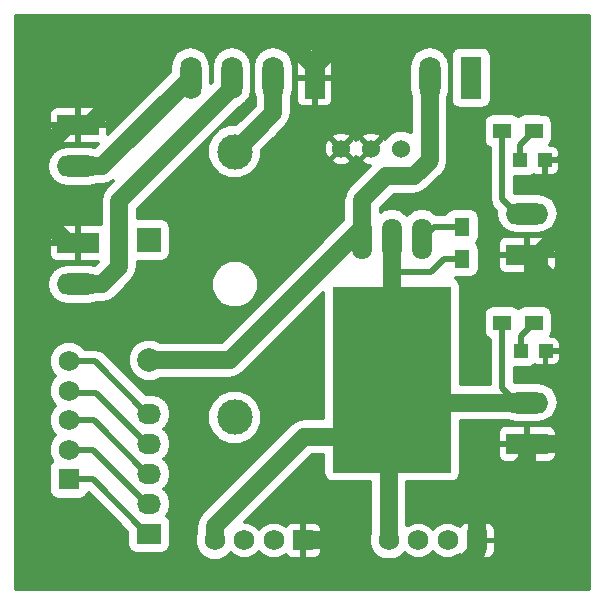
<source format=gbr>
G04 #@! TF.FileFunction,Copper,L1,Top,Signal*
%FSLAX46Y46*%
G04 Gerber Fmt 4.6, Leading zero omitted, Abs format (unit mm)*
G04 Created by KiCad (PCBNEW 4.0.5) date Thu Feb 16 15:21:35 2017*
%MOMM*%
%LPD*%
G01*
G04 APERTURE LIST*
%ADD10C,0.100000*%
%ADD11R,1.750000X1.750000*%
%ADD12C,1.750000*%
%ADD13C,0.600000*%
%ADD14O,1.699260X3.500120*%
%ADD15R,10.000000X15.750000*%
%ADD16C,1.524000*%
%ADD17C,3.000000*%
%ADD18R,3.600000X1.800000*%
%ADD19O,3.600000X1.800000*%
%ADD20C,1.998980*%
%ADD21R,1.998980X1.998980*%
%ADD22R,1.198880X1.198880*%
%ADD23R,2.032000X1.727200*%
%ADD24O,2.032000X1.727200*%
%ADD25R,1.500000X1.300000*%
%ADD26R,1.300000X1.500000*%
%ADD27R,1.800000X3.600000*%
%ADD28O,1.800000X3.600000*%
%ADD29C,4.064000*%
%ADD30C,1.500000*%
%ADD31C,0.500000*%
%ADD32C,0.350000*%
G04 APERTURE END LIST*
D10*
D11*
X125050000Y-95175000D03*
D12*
X122550000Y-95175000D03*
X120050000Y-95175000D03*
X117550000Y-95175000D03*
D13*
X115000000Y-95000000D03*
X110000000Y-95000000D03*
X145000000Y-90000000D03*
X140000000Y-90000000D03*
X125000000Y-90000000D03*
X115000000Y-90000000D03*
X115000000Y-85000000D03*
X140000000Y-80000000D03*
X125000000Y-80000000D03*
X110000000Y-80000000D03*
X140000000Y-75000000D03*
X110000000Y-75000000D03*
X125000000Y-70000000D03*
X120000000Y-70000000D03*
X115000000Y-70000000D03*
X145000000Y-65000000D03*
X125000000Y-65000000D03*
X120000000Y-65000000D03*
X115000000Y-65000000D03*
X130000000Y-60000000D03*
X125000000Y-60000000D03*
X130000000Y-55000000D03*
X110000000Y-55000000D03*
D14*
X132550000Y-69636000D03*
X135090000Y-69636000D03*
X130010000Y-69636000D03*
D15*
X132550000Y-81550000D03*
D16*
X135550000Y-83136000D03*
X135550000Y-81136000D03*
X135550000Y-79136000D03*
X135550000Y-77136000D03*
X135550000Y-75136000D03*
X133550000Y-77136000D03*
X133550000Y-75136000D03*
X133550000Y-79136000D03*
X133550000Y-81136000D03*
X133550000Y-83136000D03*
X131550000Y-75136000D03*
X129550000Y-79136000D03*
X131550000Y-79136000D03*
X131550000Y-77136000D03*
X129550000Y-75136000D03*
X129550000Y-77136000D03*
X129550000Y-81136000D03*
X131550000Y-83136000D03*
X131550000Y-81136000D03*
X129550000Y-83136000D03*
X135550000Y-85136000D03*
X135550000Y-87636000D03*
X129550000Y-85136000D03*
X129550000Y-87636000D03*
D17*
X119250000Y-84750000D03*
X119250000Y-62250000D03*
D18*
X144000000Y-87000000D03*
D19*
X144000000Y-83500000D03*
D11*
X139775000Y-95175000D03*
D12*
X137275000Y-95175000D03*
X134775000Y-95175000D03*
X132275000Y-95175000D03*
D11*
X105200000Y-90000000D03*
D12*
X105200000Y-87500000D03*
X105200000Y-85000000D03*
X105200000Y-82500000D03*
X105200000Y-80000000D03*
D20*
X112007620Y-79910000D03*
D21*
X112007620Y-69750000D03*
D22*
X143450980Y-79150000D03*
X145549020Y-79150000D03*
X143401960Y-63000000D03*
X145500000Y-63000000D03*
D23*
X112000000Y-94620000D03*
D24*
X112000000Y-92080000D03*
X112000000Y-89540000D03*
X112000000Y-87000000D03*
X112000000Y-84460000D03*
D25*
X141900000Y-76750000D03*
X144600000Y-76750000D03*
X141900000Y-60500000D03*
X144600000Y-60500000D03*
D16*
X130790000Y-62000000D03*
X128250000Y-62000000D03*
X133330000Y-62000000D03*
D26*
X138500000Y-71350000D03*
X138500000Y-68650000D03*
D18*
X106000000Y-60000000D03*
D19*
X106000000Y-63500000D03*
D18*
X106000000Y-70000000D03*
D19*
X106000000Y-73500000D03*
D27*
X126000000Y-56000000D03*
D28*
X122500000Y-56000000D03*
X119000000Y-56000000D03*
X115500000Y-56000000D03*
D27*
X139250000Y-56000000D03*
D28*
X135750000Y-56000000D03*
D18*
X144000000Y-71000000D03*
D19*
X144000000Y-67500000D03*
D29*
X104000000Y-96000000D03*
X104000000Y-54000000D03*
X146000000Y-96000000D03*
X146000000Y-54000000D03*
D30*
X117550000Y-93937564D02*
X117550000Y-95175000D01*
X132275000Y-86675000D02*
X132275000Y-95175000D01*
X132550000Y-86400000D02*
X132275000Y-86675000D01*
X132550000Y-86400000D02*
X125087564Y-86400000D01*
X125087564Y-86400000D02*
X117550000Y-93937564D01*
D31*
X144000000Y-83500000D02*
X143100000Y-83500000D01*
X143100000Y-83500000D02*
X141900000Y-82300000D01*
X141900000Y-82300000D02*
X141900000Y-77900000D01*
X141900000Y-77900000D02*
X141900000Y-76750000D01*
D30*
X132550000Y-86400000D02*
X132550000Y-69636000D01*
X144000000Y-83500000D02*
X135450000Y-83500000D01*
X135450000Y-83500000D02*
X132550000Y-86400000D01*
D31*
X135876856Y-72436070D02*
X133100010Y-72436070D01*
X138500000Y-71350000D02*
X136962926Y-71350000D01*
X136962926Y-71350000D02*
X135876856Y-72436070D01*
X133100010Y-72436070D02*
X132550000Y-71886060D01*
X132550000Y-71886060D02*
X132550000Y-69636000D01*
X143000000Y-83500000D02*
X144000000Y-83500000D01*
X138500000Y-71350000D02*
X137350000Y-71350000D01*
D30*
X139775000Y-95175000D02*
X139775000Y-96042002D01*
X139775000Y-96042002D02*
X138367001Y-97450001D01*
X138367001Y-97450001D02*
X129700001Y-97450001D01*
X129700001Y-97450001D02*
X127425000Y-95175000D01*
X127425000Y-95175000D02*
X125050000Y-95175000D01*
X144000000Y-87000000D02*
X144000000Y-88392000D01*
X139775000Y-95175000D02*
X139775000Y-92617000D01*
X139775000Y-92617000D02*
X144000000Y-88392000D01*
X126000000Y-56000000D02*
X126000000Y-55000000D01*
X141119992Y-52649990D02*
X142567999Y-54097997D01*
X148450001Y-60159999D02*
X148450001Y-66500000D01*
X126000000Y-55000000D02*
X128350010Y-52649990D01*
X128350010Y-52649990D02*
X141119992Y-52649990D01*
X142567999Y-54097997D02*
X142567999Y-55647361D01*
X142567999Y-55647361D02*
X145370637Y-58449999D01*
X145370637Y-58449999D02*
X146740001Y-58449999D01*
X146740001Y-58449999D02*
X148450001Y-60159999D01*
D31*
X126000000Y-56000000D02*
X126000000Y-59750000D01*
X126000000Y-59750000D02*
X128250000Y-62000000D01*
X126000000Y-56000000D02*
X126000000Y-56900000D01*
D30*
X148500000Y-85800000D02*
X148500000Y-75600000D01*
X148450001Y-64000000D02*
X148450001Y-66500000D01*
X148450001Y-66500000D02*
X148450001Y-67449999D01*
X114250010Y-52649990D02*
X123549990Y-52649990D01*
X123549990Y-52649990D02*
X126000000Y-55100000D01*
X126000000Y-55100000D02*
X126000000Y-56000000D01*
X114250010Y-52649990D02*
X111000000Y-55900000D01*
X106000000Y-70000000D02*
X105100000Y-70000000D01*
X105100000Y-60000000D02*
X106000000Y-60000000D01*
X105100000Y-70000000D02*
X102649990Y-67549990D01*
X102649990Y-62450010D02*
X105100000Y-60000000D01*
X102649990Y-67549990D02*
X102649990Y-62450010D01*
X106900000Y-60000000D02*
X111000000Y-55900000D01*
X111000000Y-55900000D02*
X113000000Y-53900000D01*
X106000000Y-60000000D02*
X106900000Y-60000000D01*
D31*
X145500000Y-63000000D02*
X146599440Y-63000000D01*
X146599440Y-63000000D02*
X148450001Y-61149439D01*
X148450001Y-61149439D02*
X148450001Y-60600000D01*
D30*
X144900000Y-71000000D02*
X144000000Y-71000000D01*
X148450001Y-67449999D02*
X144900000Y-71000000D01*
D31*
X145549020Y-79150000D02*
X147150000Y-79150000D01*
X147150000Y-79150000D02*
X148500000Y-80500000D01*
D30*
X144900000Y-72000000D02*
X148500000Y-75600000D01*
X144000000Y-87000000D02*
X147300000Y-87000000D01*
X147300000Y-87000000D02*
X148500000Y-85800000D01*
D31*
X143450980Y-79150000D02*
X143450980Y-77899020D01*
X143450980Y-77899020D02*
X144600000Y-76750000D01*
X143401960Y-63000000D02*
X143401960Y-61698040D01*
X143401960Y-61698040D02*
X144600000Y-60500000D01*
D30*
X119250000Y-62250000D02*
X122500000Y-59000000D01*
X122500000Y-59000000D02*
X122500000Y-56000000D01*
D31*
X105200000Y-90000000D02*
X107227600Y-90000000D01*
X107227600Y-90000000D02*
X111847600Y-94620000D01*
X111847600Y-94620000D02*
X112000000Y-94620000D01*
X112000000Y-92080000D02*
X111847600Y-92080000D01*
X106437436Y-87500000D02*
X105200000Y-87500000D01*
X111847600Y-92080000D02*
X107267600Y-87500000D01*
X107267600Y-87500000D02*
X106437436Y-87500000D01*
X106437436Y-85000000D02*
X105200000Y-85000000D01*
X112000000Y-89540000D02*
X111847600Y-89540000D01*
X111847600Y-89540000D02*
X107307600Y-85000000D01*
X107307600Y-85000000D02*
X106437436Y-85000000D01*
X111847600Y-87000000D02*
X107497610Y-82650010D01*
X107497610Y-82650010D02*
X105200000Y-82650010D01*
X112000000Y-87000000D02*
X111847600Y-87000000D01*
X106437436Y-80000000D02*
X105200000Y-80000000D01*
X112000000Y-84460000D02*
X111847600Y-84460000D01*
X111847600Y-84460000D02*
X107387600Y-80000000D01*
X107387600Y-80000000D02*
X106437436Y-80000000D01*
D30*
X106000000Y-63500000D02*
X108000000Y-63500000D01*
X108000000Y-63500000D02*
X115500000Y-56000000D01*
X119000000Y-56000000D02*
X119000000Y-56900000D01*
X119000000Y-56900000D02*
X109458129Y-66441871D01*
X109458129Y-66441871D02*
X109458129Y-72041871D01*
X108000000Y-73500000D02*
X106000000Y-73500000D01*
X109458129Y-72041871D02*
X108000000Y-73500000D01*
D31*
X144000000Y-67500000D02*
X143100000Y-67500000D01*
X143100000Y-67500000D02*
X141900000Y-66300000D01*
X141900000Y-66300000D02*
X141900000Y-61650000D01*
X141900000Y-61650000D02*
X141900000Y-60500000D01*
X135090000Y-69636000D02*
X136076000Y-68650000D01*
X136076000Y-68650000D02*
X138500000Y-68650000D01*
D30*
X130010000Y-69636000D02*
X130010000Y-67500000D01*
X130010000Y-67500000D02*
X130010000Y-66385940D01*
X112007620Y-79910000D02*
X118794998Y-79910000D01*
X118794998Y-79910000D02*
X130010000Y-68694998D01*
X130010000Y-68694998D02*
X130010000Y-67500000D01*
X118794998Y-79910000D02*
X126954998Y-71750000D01*
X118794998Y-79910000D02*
X129068998Y-69636000D01*
X129068998Y-69636000D02*
X130010000Y-69636000D01*
X135750000Y-56000000D02*
X135750000Y-63001762D01*
X135750000Y-63001762D02*
X134439761Y-64312001D01*
X130010000Y-66385940D02*
X132083939Y-64312001D01*
X134439761Y-64312001D02*
X135642001Y-63109761D01*
X132083939Y-64312001D02*
X134439761Y-64312001D01*
D32*
G36*
X149242000Y-99242000D02*
X100758000Y-99242000D01*
X100758000Y-89125000D01*
X103483838Y-89125000D01*
X103483838Y-90875000D01*
X103541364Y-91180727D01*
X103722049Y-91461518D01*
X103997741Y-91649890D01*
X104325000Y-91716162D01*
X106075000Y-91716162D01*
X106380727Y-91658636D01*
X106661518Y-91477951D01*
X106849890Y-91202259D01*
X106859942Y-91152622D01*
X110142838Y-94435518D01*
X110142838Y-95483600D01*
X110200364Y-95789327D01*
X110381049Y-96070118D01*
X110656741Y-96258490D01*
X110984000Y-96324762D01*
X113016000Y-96324762D01*
X113321727Y-96267236D01*
X113602518Y-96086551D01*
X113790890Y-95810859D01*
X113857162Y-95483600D01*
X113857162Y-93756400D01*
X113799636Y-93450673D01*
X113618951Y-93169882D01*
X113504379Y-93091598D01*
X113748530Y-92726199D01*
X113877067Y-92080000D01*
X113748530Y-91433801D01*
X113382488Y-90885979D01*
X113268777Y-90810000D01*
X113382488Y-90734021D01*
X113748530Y-90186199D01*
X113877067Y-89540000D01*
X113748530Y-88893801D01*
X113382488Y-88345979D01*
X113268777Y-88270000D01*
X113382488Y-88194021D01*
X113748530Y-87646199D01*
X113877067Y-87000000D01*
X113748530Y-86353801D01*
X113382488Y-85805979D01*
X113268777Y-85730000D01*
X113382488Y-85654021D01*
X113678877Y-85210442D01*
X116924598Y-85210442D01*
X117277812Y-86065286D01*
X117931274Y-86719889D01*
X118785500Y-87074595D01*
X119710442Y-87075402D01*
X120565286Y-86722188D01*
X121219889Y-86068726D01*
X121574595Y-85214500D01*
X121575402Y-84289558D01*
X121222188Y-83434714D01*
X120568726Y-82780111D01*
X119714500Y-82425405D01*
X118789558Y-82424598D01*
X117934714Y-82777812D01*
X117280111Y-83431274D01*
X116925405Y-84285500D01*
X116924598Y-85210442D01*
X113678877Y-85210442D01*
X113748530Y-85106199D01*
X113877067Y-84460000D01*
X113748530Y-83813801D01*
X113382488Y-83265979D01*
X112834666Y-82899937D01*
X112188467Y-82771400D01*
X111811533Y-82771400D01*
X111701222Y-82793342D01*
X109179201Y-80271321D01*
X110182814Y-80271321D01*
X110459991Y-80942140D01*
X110972780Y-81455826D01*
X111643114Y-81734173D01*
X112368941Y-81734806D01*
X112973517Y-81485000D01*
X118794998Y-81485000D01*
X119397725Y-81365110D01*
X119908691Y-81023693D01*
X126708838Y-74223546D01*
X126708838Y-84825000D01*
X125087564Y-84825000D01*
X124484837Y-84944890D01*
X123973871Y-85286307D01*
X116436307Y-92823871D01*
X116094890Y-93334837D01*
X116094890Y-93334838D01*
X115975000Y-93937564D01*
X115975000Y-94535044D01*
X115850296Y-94835366D01*
X115849706Y-95511667D01*
X116107970Y-96136715D01*
X116585770Y-96615350D01*
X117210366Y-96874704D01*
X117886667Y-96875294D01*
X118511715Y-96617030D01*
X118900581Y-96228843D01*
X119166312Y-96495038D01*
X119738735Y-96732729D01*
X120358546Y-96733270D01*
X120931383Y-96496578D01*
X121300259Y-96128345D01*
X121666312Y-96495038D01*
X122238735Y-96732729D01*
X122858546Y-96733270D01*
X123431383Y-96496578D01*
X123565322Y-96362872D01*
X123595981Y-96436889D01*
X123788112Y-96629019D01*
X124039143Y-96733000D01*
X124800250Y-96733000D01*
X124971000Y-96562250D01*
X124971000Y-95254000D01*
X125129000Y-95254000D01*
X125129000Y-96562250D01*
X125299750Y-96733000D01*
X126060857Y-96733000D01*
X126311888Y-96629019D01*
X126504019Y-96436889D01*
X126608000Y-96185857D01*
X126608000Y-95424750D01*
X126437250Y-95254000D01*
X125129000Y-95254000D01*
X124971000Y-95254000D01*
X124951000Y-95254000D01*
X124951000Y-95096000D01*
X124971000Y-95096000D01*
X124971000Y-93787750D01*
X125129000Y-93787750D01*
X125129000Y-95096000D01*
X126437250Y-95096000D01*
X126608000Y-94925250D01*
X126608000Y-94164143D01*
X126504019Y-93913111D01*
X126311888Y-93720981D01*
X126060857Y-93617000D01*
X125299750Y-93617000D01*
X125129000Y-93787750D01*
X124971000Y-93787750D01*
X124800250Y-93617000D01*
X124039143Y-93617000D01*
X123788112Y-93720981D01*
X123595981Y-93913111D01*
X123565410Y-93986915D01*
X123433688Y-93854962D01*
X122861265Y-93617271D01*
X122241454Y-93616730D01*
X121668617Y-93853422D01*
X121299741Y-94221655D01*
X120933688Y-93854962D01*
X120361265Y-93617271D01*
X120097909Y-93617041D01*
X125739950Y-87975000D01*
X126708838Y-87975000D01*
X126708838Y-89425000D01*
X126766364Y-89730727D01*
X126947049Y-90011518D01*
X127222741Y-90199890D01*
X127550000Y-90266162D01*
X130700000Y-90266162D01*
X130700000Y-94535044D01*
X130575296Y-94835366D01*
X130574706Y-95511667D01*
X130832970Y-96136715D01*
X131310770Y-96615350D01*
X131935366Y-96874704D01*
X132611667Y-96875294D01*
X133236715Y-96617030D01*
X133625581Y-96228843D01*
X133891312Y-96495038D01*
X134463735Y-96732729D01*
X135083546Y-96733270D01*
X135656383Y-96496578D01*
X136025259Y-96128345D01*
X136391312Y-96495038D01*
X136963735Y-96732729D01*
X137583546Y-96733270D01*
X138156383Y-96496578D01*
X138290322Y-96362872D01*
X138320981Y-96436889D01*
X138513112Y-96629019D01*
X138764143Y-96733000D01*
X139525250Y-96733000D01*
X139696000Y-96562250D01*
X139696000Y-95254000D01*
X139854000Y-95254000D01*
X139854000Y-96562250D01*
X140024750Y-96733000D01*
X140785857Y-96733000D01*
X141036888Y-96629019D01*
X141229019Y-96436889D01*
X141333000Y-96185857D01*
X141333000Y-95424750D01*
X141162250Y-95254000D01*
X139854000Y-95254000D01*
X139696000Y-95254000D01*
X139676000Y-95254000D01*
X139676000Y-95096000D01*
X139696000Y-95096000D01*
X139696000Y-93787750D01*
X139854000Y-93787750D01*
X139854000Y-95096000D01*
X141162250Y-95096000D01*
X141333000Y-94925250D01*
X141333000Y-94164143D01*
X141229019Y-93913111D01*
X141036888Y-93720981D01*
X140785857Y-93617000D01*
X140024750Y-93617000D01*
X139854000Y-93787750D01*
X139696000Y-93787750D01*
X139525250Y-93617000D01*
X138764143Y-93617000D01*
X138513112Y-93720981D01*
X138320981Y-93913111D01*
X138290410Y-93986915D01*
X138158688Y-93854962D01*
X137586265Y-93617271D01*
X136966454Y-93616730D01*
X136393617Y-93853422D01*
X136024741Y-94221655D01*
X135658688Y-93854962D01*
X135086265Y-93617271D01*
X134466454Y-93616730D01*
X133893617Y-93853422D01*
X133850000Y-93896963D01*
X133850000Y-90266162D01*
X137550000Y-90266162D01*
X137855727Y-90208636D01*
X138136518Y-90027951D01*
X138324890Y-89752259D01*
X138391162Y-89425000D01*
X138391162Y-87249750D01*
X141517000Y-87249750D01*
X141517000Y-88035857D01*
X141620981Y-88286888D01*
X141813111Y-88479019D01*
X142064143Y-88583000D01*
X143750250Y-88583000D01*
X143921000Y-88412250D01*
X143921000Y-87079000D01*
X144079000Y-87079000D01*
X144079000Y-88412250D01*
X144249750Y-88583000D01*
X145935857Y-88583000D01*
X146186889Y-88479019D01*
X146379019Y-88286888D01*
X146483000Y-88035857D01*
X146483000Y-87249750D01*
X146312250Y-87079000D01*
X144079000Y-87079000D01*
X143921000Y-87079000D01*
X141687750Y-87079000D01*
X141517000Y-87249750D01*
X138391162Y-87249750D01*
X138391162Y-85964143D01*
X141517000Y-85964143D01*
X141517000Y-86750250D01*
X141687750Y-86921000D01*
X143921000Y-86921000D01*
X143921000Y-85587750D01*
X144079000Y-85587750D01*
X144079000Y-86921000D01*
X146312250Y-86921000D01*
X146483000Y-86750250D01*
X146483000Y-85964143D01*
X146379019Y-85713112D01*
X146186889Y-85520981D01*
X145935857Y-85417000D01*
X144249750Y-85417000D01*
X144079000Y-85587750D01*
X143921000Y-85587750D01*
X143750250Y-85417000D01*
X142064143Y-85417000D01*
X141813111Y-85520981D01*
X141620981Y-85713112D01*
X141517000Y-85964143D01*
X138391162Y-85964143D01*
X138391162Y-85075000D01*
X142360469Y-85075000D01*
X142388444Y-85093692D01*
X143048573Y-85225000D01*
X144951427Y-85225000D01*
X145611556Y-85093692D01*
X146171186Y-84719759D01*
X146545119Y-84160129D01*
X146676427Y-83500000D01*
X146545119Y-82839871D01*
X146171186Y-82280241D01*
X145611556Y-81906308D01*
X144951427Y-81775000D01*
X143048573Y-81775000D01*
X142975000Y-81789635D01*
X142975000Y-80590602D01*
X144050420Y-80590602D01*
X144356147Y-80533076D01*
X144630488Y-80356541D01*
X144813723Y-80432440D01*
X145299270Y-80432440D01*
X145470020Y-80261690D01*
X145470020Y-79229000D01*
X145628020Y-79229000D01*
X145628020Y-80261690D01*
X145798770Y-80432440D01*
X146284317Y-80432440D01*
X146535348Y-80328459D01*
X146727479Y-80136329D01*
X146831460Y-79885297D01*
X146831460Y-79399750D01*
X146660710Y-79229000D01*
X145628020Y-79229000D01*
X145470020Y-79229000D01*
X145450020Y-79229000D01*
X145450020Y-79071000D01*
X145470020Y-79071000D01*
X145470020Y-79051000D01*
X145628020Y-79051000D01*
X145628020Y-79071000D01*
X146660710Y-79071000D01*
X146831460Y-78900250D01*
X146831460Y-78414703D01*
X146727479Y-78163671D01*
X146535348Y-77971541D01*
X146284317Y-77867560D01*
X146029027Y-77867560D01*
X146124890Y-77727259D01*
X146191162Y-77400000D01*
X146191162Y-76100000D01*
X146133636Y-75794273D01*
X145952951Y-75513482D01*
X145677259Y-75325110D01*
X145350000Y-75258838D01*
X143850000Y-75258838D01*
X143544273Y-75316364D01*
X143263482Y-75497049D01*
X143252476Y-75513157D01*
X142977259Y-75325110D01*
X142650000Y-75258838D01*
X141150000Y-75258838D01*
X140844273Y-75316364D01*
X140563482Y-75497049D01*
X140375110Y-75772741D01*
X140308838Y-76100000D01*
X140308838Y-77400000D01*
X140366364Y-77705727D01*
X140547049Y-77986518D01*
X140822741Y-78174890D01*
X140825000Y-78175347D01*
X140825000Y-81925000D01*
X138391162Y-81925000D01*
X138391162Y-73675000D01*
X138333636Y-73369273D01*
X138152951Y-73088482D01*
X137937341Y-72941162D01*
X139150000Y-72941162D01*
X139455727Y-72883636D01*
X139736518Y-72702951D01*
X139924890Y-72427259D01*
X139991162Y-72100000D01*
X139991162Y-71249750D01*
X141517000Y-71249750D01*
X141517000Y-72035857D01*
X141620981Y-72286888D01*
X141813111Y-72479019D01*
X142064143Y-72583000D01*
X143750250Y-72583000D01*
X143921000Y-72412250D01*
X143921000Y-71079000D01*
X144079000Y-71079000D01*
X144079000Y-72412250D01*
X144249750Y-72583000D01*
X145935857Y-72583000D01*
X146186889Y-72479019D01*
X146379019Y-72286888D01*
X146483000Y-72035857D01*
X146483000Y-71249750D01*
X146312250Y-71079000D01*
X144079000Y-71079000D01*
X143921000Y-71079000D01*
X141687750Y-71079000D01*
X141517000Y-71249750D01*
X139991162Y-71249750D01*
X139991162Y-70600000D01*
X139933636Y-70294273D01*
X139752951Y-70013482D01*
X139736843Y-70002476D01*
X139763034Y-69964143D01*
X141517000Y-69964143D01*
X141517000Y-70750250D01*
X141687750Y-70921000D01*
X143921000Y-70921000D01*
X143921000Y-69587750D01*
X144079000Y-69587750D01*
X144079000Y-70921000D01*
X146312250Y-70921000D01*
X146483000Y-70750250D01*
X146483000Y-69964143D01*
X146379019Y-69713112D01*
X146186889Y-69520981D01*
X145935857Y-69417000D01*
X144249750Y-69417000D01*
X144079000Y-69587750D01*
X143921000Y-69587750D01*
X143750250Y-69417000D01*
X142064143Y-69417000D01*
X141813111Y-69520981D01*
X141620981Y-69713112D01*
X141517000Y-69964143D01*
X139763034Y-69964143D01*
X139924890Y-69727259D01*
X139991162Y-69400000D01*
X139991162Y-67900000D01*
X139933636Y-67594273D01*
X139752951Y-67313482D01*
X139477259Y-67125110D01*
X139150000Y-67058838D01*
X137850000Y-67058838D01*
X137544273Y-67116364D01*
X137263482Y-67297049D01*
X137075110Y-67572741D01*
X137074653Y-67575000D01*
X136323601Y-67575000D01*
X136274142Y-67500980D01*
X135730853Y-67137966D01*
X135090000Y-67010492D01*
X134449147Y-67137966D01*
X133905858Y-67500980D01*
X133820000Y-67629476D01*
X133734142Y-67500980D01*
X133190853Y-67137966D01*
X132550000Y-67010492D01*
X131909147Y-67137966D01*
X131585000Y-67354554D01*
X131585000Y-67038326D01*
X132736325Y-65887001D01*
X134439761Y-65887001D01*
X135042488Y-65767111D01*
X135553454Y-65425694D01*
X136863693Y-64115455D01*
X137205110Y-63604488D01*
X137325000Y-63001762D01*
X137325000Y-59850000D01*
X140308838Y-59850000D01*
X140308838Y-61150000D01*
X140366364Y-61455727D01*
X140547049Y-61736518D01*
X140822741Y-61924890D01*
X140825000Y-61925347D01*
X140825000Y-66300000D01*
X140906830Y-66711385D01*
X141106686Y-67010492D01*
X141139860Y-67060140D01*
X141366071Y-67286351D01*
X141323573Y-67500000D01*
X141454881Y-68160129D01*
X141828814Y-68719759D01*
X142388444Y-69093692D01*
X143048573Y-69225000D01*
X144951427Y-69225000D01*
X145611556Y-69093692D01*
X146171186Y-68719759D01*
X146545119Y-68160129D01*
X146676427Y-67500000D01*
X146545119Y-66839871D01*
X146171186Y-66280241D01*
X145611556Y-65906308D01*
X144951427Y-65775000D01*
X143048573Y-65775000D01*
X142975000Y-65789635D01*
X142975000Y-64440602D01*
X144001400Y-64440602D01*
X144307127Y-64383076D01*
X144581468Y-64206541D01*
X144764703Y-64282440D01*
X145250250Y-64282440D01*
X145421000Y-64111690D01*
X145421000Y-63079000D01*
X145579000Y-63079000D01*
X145579000Y-64111690D01*
X145749750Y-64282440D01*
X146235297Y-64282440D01*
X146486328Y-64178459D01*
X146678459Y-63986329D01*
X146782440Y-63735297D01*
X146782440Y-63249750D01*
X146611690Y-63079000D01*
X145579000Y-63079000D01*
X145421000Y-63079000D01*
X145401000Y-63079000D01*
X145401000Y-62921000D01*
X145421000Y-62921000D01*
X145421000Y-62901000D01*
X145579000Y-62901000D01*
X145579000Y-62921000D01*
X146611690Y-62921000D01*
X146782440Y-62750250D01*
X146782440Y-62264703D01*
X146678459Y-62013671D01*
X146486328Y-61821541D01*
X146235297Y-61717560D01*
X145960700Y-61717560D01*
X146124890Y-61477259D01*
X146191162Y-61150000D01*
X146191162Y-59850000D01*
X146133636Y-59544273D01*
X145952951Y-59263482D01*
X145677259Y-59075110D01*
X145350000Y-59008838D01*
X143850000Y-59008838D01*
X143544273Y-59066364D01*
X143263482Y-59247049D01*
X143252476Y-59263157D01*
X142977259Y-59075110D01*
X142650000Y-59008838D01*
X141150000Y-59008838D01*
X140844273Y-59066364D01*
X140563482Y-59247049D01*
X140375110Y-59522741D01*
X140308838Y-59850000D01*
X137325000Y-59850000D01*
X137325000Y-57639531D01*
X137343692Y-57611556D01*
X137475000Y-56951427D01*
X137475000Y-55048573D01*
X137343692Y-54388444D01*
X137217778Y-54200000D01*
X137508838Y-54200000D01*
X137508838Y-57800000D01*
X137566364Y-58105727D01*
X137747049Y-58386518D01*
X138022741Y-58574890D01*
X138350000Y-58641162D01*
X140150000Y-58641162D01*
X140455727Y-58583636D01*
X140736518Y-58402951D01*
X140924890Y-58127259D01*
X140991162Y-57800000D01*
X140991162Y-54200000D01*
X140933636Y-53894273D01*
X140752951Y-53613482D01*
X140477259Y-53425110D01*
X140150000Y-53358838D01*
X138350000Y-53358838D01*
X138044273Y-53416364D01*
X137763482Y-53597049D01*
X137575110Y-53872741D01*
X137508838Y-54200000D01*
X137217778Y-54200000D01*
X136969759Y-53828814D01*
X136410129Y-53454881D01*
X135750000Y-53323573D01*
X135089871Y-53454881D01*
X134530241Y-53828814D01*
X134156308Y-54388444D01*
X134025000Y-55048573D01*
X134025000Y-56951427D01*
X134156308Y-57611556D01*
X134175000Y-57639531D01*
X134175000Y-60632497D01*
X133647059Y-60413276D01*
X133015711Y-60412725D01*
X132432211Y-60653823D01*
X131985392Y-61099863D01*
X131951623Y-61181187D01*
X131765214Y-61136509D01*
X130901723Y-62000000D01*
X130915865Y-62014142D01*
X130804142Y-62125865D01*
X130790000Y-62111723D01*
X129926509Y-62975214D01*
X129989169Y-63236652D01*
X130523375Y-63448983D01*
X130722433Y-63446121D01*
X128896307Y-65272247D01*
X128554890Y-65783213D01*
X128534245Y-65887001D01*
X128435000Y-66385940D01*
X128435000Y-68042612D01*
X118142612Y-78335000D01*
X112972201Y-78335000D01*
X112372126Y-78085827D01*
X111646299Y-78085194D01*
X110975480Y-78362371D01*
X110461794Y-78875160D01*
X110183447Y-79545494D01*
X110182814Y-80271321D01*
X109179201Y-80271321D01*
X108147740Y-79239860D01*
X108131487Y-79229000D01*
X107798985Y-79006830D01*
X107387600Y-78925000D01*
X106528943Y-78925000D01*
X106164230Y-78559650D01*
X105539634Y-78300296D01*
X104863333Y-78299706D01*
X104238285Y-78557970D01*
X103759650Y-79035770D01*
X103500296Y-79660366D01*
X103499706Y-80336667D01*
X103757970Y-80961715D01*
X104045836Y-81250084D01*
X103759650Y-81535770D01*
X103500296Y-82160366D01*
X103499706Y-82836667D01*
X103757970Y-83461715D01*
X104045836Y-83750084D01*
X103759650Y-84035770D01*
X103500296Y-84660366D01*
X103499706Y-85336667D01*
X103757970Y-85961715D01*
X104045836Y-86250084D01*
X103759650Y-86535770D01*
X103500296Y-87160366D01*
X103499706Y-87836667D01*
X103757970Y-88461715D01*
X103787020Y-88490816D01*
X103738482Y-88522049D01*
X103550110Y-88797741D01*
X103483838Y-89125000D01*
X100758000Y-89125000D01*
X100758000Y-70249750D01*
X103517000Y-70249750D01*
X103517000Y-71035857D01*
X103620981Y-71286888D01*
X103813111Y-71479019D01*
X104064143Y-71583000D01*
X105750250Y-71583000D01*
X105921000Y-71412250D01*
X105921000Y-70079000D01*
X103687750Y-70079000D01*
X103517000Y-70249750D01*
X100758000Y-70249750D01*
X100758000Y-68964143D01*
X103517000Y-68964143D01*
X103517000Y-69750250D01*
X103687750Y-69921000D01*
X105921000Y-69921000D01*
X105921000Y-68587750D01*
X105750250Y-68417000D01*
X104064143Y-68417000D01*
X103813111Y-68520981D01*
X103620981Y-68713112D01*
X103517000Y-68964143D01*
X100758000Y-68964143D01*
X100758000Y-63500000D01*
X103323573Y-63500000D01*
X103454881Y-64160129D01*
X103828814Y-64719759D01*
X104388444Y-65093692D01*
X105048573Y-65225000D01*
X106951427Y-65225000D01*
X107611556Y-65093692D01*
X107639531Y-65075000D01*
X108000000Y-65075000D01*
X108602727Y-64955110D01*
X108948628Y-64723986D01*
X108344436Y-65328178D01*
X108003019Y-65839144D01*
X107989659Y-65906308D01*
X107883129Y-66441871D01*
X107883129Y-68417000D01*
X106249750Y-68417000D01*
X106079000Y-68587750D01*
X106079000Y-69921000D01*
X106099000Y-69921000D01*
X106099000Y-70079000D01*
X106079000Y-70079000D01*
X106079000Y-71412250D01*
X106249750Y-71583000D01*
X107689614Y-71583000D01*
X107406996Y-71865618D01*
X106951427Y-71775000D01*
X105048573Y-71775000D01*
X104388444Y-71906308D01*
X103828814Y-72280241D01*
X103454881Y-72839871D01*
X103323573Y-73500000D01*
X103454881Y-74160129D01*
X103828814Y-74719759D01*
X104388444Y-75093692D01*
X105048573Y-75225000D01*
X106951427Y-75225000D01*
X107611556Y-75093692D01*
X107639531Y-75075000D01*
X108000000Y-75075000D01*
X108602727Y-74955110D01*
X109113693Y-74613693D01*
X109824771Y-73902615D01*
X117216648Y-73902615D01*
X117525501Y-74650098D01*
X118096894Y-75222489D01*
X118843837Y-75532647D01*
X119652615Y-75533352D01*
X120400098Y-75224499D01*
X120972489Y-74653106D01*
X121282647Y-73906163D01*
X121283352Y-73097385D01*
X120974499Y-72349902D01*
X120403106Y-71777511D01*
X119656163Y-71467353D01*
X118847385Y-71466648D01*
X118099902Y-71775501D01*
X117527511Y-72346894D01*
X117217353Y-73093837D01*
X117216648Y-73902615D01*
X109824771Y-73902615D01*
X110571822Y-73155564D01*
X110913239Y-72644597D01*
X111033129Y-72041871D01*
X111033129Y-71590652D01*
X113007110Y-71590652D01*
X113312837Y-71533126D01*
X113593628Y-71352441D01*
X113782000Y-71076749D01*
X113848272Y-70749490D01*
X113848272Y-68750510D01*
X113790746Y-68444783D01*
X113610061Y-68163992D01*
X113334369Y-67975620D01*
X113007110Y-67909348D01*
X111033129Y-67909348D01*
X111033129Y-67094257D01*
X115416944Y-62710442D01*
X116924598Y-62710442D01*
X117277812Y-63565286D01*
X117931274Y-64219889D01*
X118785500Y-64574595D01*
X119710442Y-64575402D01*
X120565286Y-64222188D01*
X121219889Y-63568726D01*
X121466336Y-62975214D01*
X127386509Y-62975214D01*
X127449169Y-63236652D01*
X127983375Y-63448983D01*
X128558172Y-63440718D01*
X129050831Y-63236652D01*
X129113491Y-62975214D01*
X128250000Y-62111723D01*
X127386509Y-62975214D01*
X121466336Y-62975214D01*
X121574595Y-62714500D01*
X121575086Y-62152300D01*
X121994011Y-61733375D01*
X126801017Y-61733375D01*
X126809282Y-62308172D01*
X127013348Y-62800831D01*
X127274786Y-62863491D01*
X128138277Y-62000000D01*
X128361723Y-62000000D01*
X129225214Y-62863491D01*
X129486652Y-62800831D01*
X129519312Y-62718661D01*
X129553348Y-62800831D01*
X129814786Y-62863491D01*
X130678277Y-62000000D01*
X129814786Y-61136509D01*
X129553348Y-61199169D01*
X129520688Y-61281339D01*
X129486652Y-61199169D01*
X129225214Y-61136509D01*
X128361723Y-62000000D01*
X128138277Y-62000000D01*
X127274786Y-61136509D01*
X127013348Y-61199169D01*
X126801017Y-61733375D01*
X121994011Y-61733375D01*
X122702600Y-61024786D01*
X127386509Y-61024786D01*
X128250000Y-61888277D01*
X129113491Y-61024786D01*
X129926509Y-61024786D01*
X130790000Y-61888277D01*
X131653491Y-61024786D01*
X131590831Y-60763348D01*
X131056625Y-60551017D01*
X130481828Y-60559282D01*
X129989169Y-60763348D01*
X129926509Y-61024786D01*
X129113491Y-61024786D01*
X129050831Y-60763348D01*
X128516625Y-60551017D01*
X127941828Y-60559282D01*
X127449169Y-60763348D01*
X127386509Y-61024786D01*
X122702600Y-61024786D01*
X123613693Y-60113693D01*
X123955110Y-59602727D01*
X124075000Y-59000000D01*
X124075000Y-57639531D01*
X124093692Y-57611556D01*
X124225000Y-56951427D01*
X124225000Y-56249750D01*
X124417000Y-56249750D01*
X124417000Y-57935857D01*
X124520981Y-58186889D01*
X124713112Y-58379019D01*
X124964143Y-58483000D01*
X125750250Y-58483000D01*
X125921000Y-58312250D01*
X125921000Y-56079000D01*
X126079000Y-56079000D01*
X126079000Y-58312250D01*
X126249750Y-58483000D01*
X127035857Y-58483000D01*
X127286888Y-58379019D01*
X127479019Y-58186889D01*
X127583000Y-57935857D01*
X127583000Y-56249750D01*
X127412250Y-56079000D01*
X126079000Y-56079000D01*
X125921000Y-56079000D01*
X124587750Y-56079000D01*
X124417000Y-56249750D01*
X124225000Y-56249750D01*
X124225000Y-55048573D01*
X124093692Y-54388444D01*
X123877001Y-54064143D01*
X124417000Y-54064143D01*
X124417000Y-55750250D01*
X124587750Y-55921000D01*
X125921000Y-55921000D01*
X125921000Y-53687750D01*
X126079000Y-53687750D01*
X126079000Y-55921000D01*
X127412250Y-55921000D01*
X127583000Y-55750250D01*
X127583000Y-54064143D01*
X127479019Y-53813111D01*
X127286888Y-53620981D01*
X127035857Y-53517000D01*
X126249750Y-53517000D01*
X126079000Y-53687750D01*
X125921000Y-53687750D01*
X125750250Y-53517000D01*
X124964143Y-53517000D01*
X124713112Y-53620981D01*
X124520981Y-53813111D01*
X124417000Y-54064143D01*
X123877001Y-54064143D01*
X123719759Y-53828814D01*
X123160129Y-53454881D01*
X122500000Y-53323573D01*
X121839871Y-53454881D01*
X121280241Y-53828814D01*
X120906308Y-54388444D01*
X120775000Y-55048573D01*
X120775000Y-56951427D01*
X120906308Y-57611556D01*
X120925000Y-57639531D01*
X120925000Y-58347614D01*
X119347529Y-59925085D01*
X118789558Y-59924598D01*
X117934714Y-60277812D01*
X117280111Y-60931274D01*
X116925405Y-61785500D01*
X116924598Y-62710442D01*
X115416944Y-62710442D01*
X119562934Y-58564452D01*
X119660129Y-58545119D01*
X120219759Y-58171186D01*
X120593692Y-57611556D01*
X120725000Y-56951427D01*
X120725000Y-55048573D01*
X120593692Y-54388444D01*
X120219759Y-53828814D01*
X119660129Y-53454881D01*
X119000000Y-53323573D01*
X118339871Y-53454881D01*
X117780241Y-53828814D01*
X117406308Y-54388444D01*
X117275000Y-55048573D01*
X117275000Y-56397614D01*
X117225000Y-56447614D01*
X117225000Y-55048573D01*
X117093692Y-54388444D01*
X116719759Y-53828814D01*
X116160129Y-53454881D01*
X115500000Y-53323573D01*
X114839871Y-53454881D01*
X114280241Y-53828814D01*
X113906308Y-54388444D01*
X113775000Y-55048573D01*
X113775000Y-55497614D01*
X108483000Y-60789614D01*
X108483000Y-60249750D01*
X108312250Y-60079000D01*
X106079000Y-60079000D01*
X106079000Y-61412250D01*
X106249750Y-61583000D01*
X107689614Y-61583000D01*
X107406996Y-61865618D01*
X106951427Y-61775000D01*
X105048573Y-61775000D01*
X104388444Y-61906308D01*
X103828814Y-62280241D01*
X103454881Y-62839871D01*
X103323573Y-63500000D01*
X100758000Y-63500000D01*
X100758000Y-60249750D01*
X103517000Y-60249750D01*
X103517000Y-61035857D01*
X103620981Y-61286888D01*
X103813111Y-61479019D01*
X104064143Y-61583000D01*
X105750250Y-61583000D01*
X105921000Y-61412250D01*
X105921000Y-60079000D01*
X103687750Y-60079000D01*
X103517000Y-60249750D01*
X100758000Y-60249750D01*
X100758000Y-58964143D01*
X103517000Y-58964143D01*
X103517000Y-59750250D01*
X103687750Y-59921000D01*
X105921000Y-59921000D01*
X105921000Y-58587750D01*
X106079000Y-58587750D01*
X106079000Y-59921000D01*
X108312250Y-59921000D01*
X108483000Y-59750250D01*
X108483000Y-58964143D01*
X108379019Y-58713112D01*
X108186889Y-58520981D01*
X107935857Y-58417000D01*
X106249750Y-58417000D01*
X106079000Y-58587750D01*
X105921000Y-58587750D01*
X105750250Y-58417000D01*
X104064143Y-58417000D01*
X103813111Y-58520981D01*
X103620981Y-58713112D01*
X103517000Y-58964143D01*
X100758000Y-58964143D01*
X100758000Y-50758000D01*
X149242000Y-50758000D01*
X149242000Y-99242000D01*
X149242000Y-99242000D01*
G37*
X149242000Y-99242000D02*
X100758000Y-99242000D01*
X100758000Y-89125000D01*
X103483838Y-89125000D01*
X103483838Y-90875000D01*
X103541364Y-91180727D01*
X103722049Y-91461518D01*
X103997741Y-91649890D01*
X104325000Y-91716162D01*
X106075000Y-91716162D01*
X106380727Y-91658636D01*
X106661518Y-91477951D01*
X106849890Y-91202259D01*
X106859942Y-91152622D01*
X110142838Y-94435518D01*
X110142838Y-95483600D01*
X110200364Y-95789327D01*
X110381049Y-96070118D01*
X110656741Y-96258490D01*
X110984000Y-96324762D01*
X113016000Y-96324762D01*
X113321727Y-96267236D01*
X113602518Y-96086551D01*
X113790890Y-95810859D01*
X113857162Y-95483600D01*
X113857162Y-93756400D01*
X113799636Y-93450673D01*
X113618951Y-93169882D01*
X113504379Y-93091598D01*
X113748530Y-92726199D01*
X113877067Y-92080000D01*
X113748530Y-91433801D01*
X113382488Y-90885979D01*
X113268777Y-90810000D01*
X113382488Y-90734021D01*
X113748530Y-90186199D01*
X113877067Y-89540000D01*
X113748530Y-88893801D01*
X113382488Y-88345979D01*
X113268777Y-88270000D01*
X113382488Y-88194021D01*
X113748530Y-87646199D01*
X113877067Y-87000000D01*
X113748530Y-86353801D01*
X113382488Y-85805979D01*
X113268777Y-85730000D01*
X113382488Y-85654021D01*
X113678877Y-85210442D01*
X116924598Y-85210442D01*
X117277812Y-86065286D01*
X117931274Y-86719889D01*
X118785500Y-87074595D01*
X119710442Y-87075402D01*
X120565286Y-86722188D01*
X121219889Y-86068726D01*
X121574595Y-85214500D01*
X121575402Y-84289558D01*
X121222188Y-83434714D01*
X120568726Y-82780111D01*
X119714500Y-82425405D01*
X118789558Y-82424598D01*
X117934714Y-82777812D01*
X117280111Y-83431274D01*
X116925405Y-84285500D01*
X116924598Y-85210442D01*
X113678877Y-85210442D01*
X113748530Y-85106199D01*
X113877067Y-84460000D01*
X113748530Y-83813801D01*
X113382488Y-83265979D01*
X112834666Y-82899937D01*
X112188467Y-82771400D01*
X111811533Y-82771400D01*
X111701222Y-82793342D01*
X109179201Y-80271321D01*
X110182814Y-80271321D01*
X110459991Y-80942140D01*
X110972780Y-81455826D01*
X111643114Y-81734173D01*
X112368941Y-81734806D01*
X112973517Y-81485000D01*
X118794998Y-81485000D01*
X119397725Y-81365110D01*
X119908691Y-81023693D01*
X126708838Y-74223546D01*
X126708838Y-84825000D01*
X125087564Y-84825000D01*
X124484837Y-84944890D01*
X123973871Y-85286307D01*
X116436307Y-92823871D01*
X116094890Y-93334837D01*
X116094890Y-93334838D01*
X115975000Y-93937564D01*
X115975000Y-94535044D01*
X115850296Y-94835366D01*
X115849706Y-95511667D01*
X116107970Y-96136715D01*
X116585770Y-96615350D01*
X117210366Y-96874704D01*
X117886667Y-96875294D01*
X118511715Y-96617030D01*
X118900581Y-96228843D01*
X119166312Y-96495038D01*
X119738735Y-96732729D01*
X120358546Y-96733270D01*
X120931383Y-96496578D01*
X121300259Y-96128345D01*
X121666312Y-96495038D01*
X122238735Y-96732729D01*
X122858546Y-96733270D01*
X123431383Y-96496578D01*
X123565322Y-96362872D01*
X123595981Y-96436889D01*
X123788112Y-96629019D01*
X124039143Y-96733000D01*
X124800250Y-96733000D01*
X124971000Y-96562250D01*
X124971000Y-95254000D01*
X125129000Y-95254000D01*
X125129000Y-96562250D01*
X125299750Y-96733000D01*
X126060857Y-96733000D01*
X126311888Y-96629019D01*
X126504019Y-96436889D01*
X126608000Y-96185857D01*
X126608000Y-95424750D01*
X126437250Y-95254000D01*
X125129000Y-95254000D01*
X124971000Y-95254000D01*
X124951000Y-95254000D01*
X124951000Y-95096000D01*
X124971000Y-95096000D01*
X124971000Y-93787750D01*
X125129000Y-93787750D01*
X125129000Y-95096000D01*
X126437250Y-95096000D01*
X126608000Y-94925250D01*
X126608000Y-94164143D01*
X126504019Y-93913111D01*
X126311888Y-93720981D01*
X126060857Y-93617000D01*
X125299750Y-93617000D01*
X125129000Y-93787750D01*
X124971000Y-93787750D01*
X124800250Y-93617000D01*
X124039143Y-93617000D01*
X123788112Y-93720981D01*
X123595981Y-93913111D01*
X123565410Y-93986915D01*
X123433688Y-93854962D01*
X122861265Y-93617271D01*
X122241454Y-93616730D01*
X121668617Y-93853422D01*
X121299741Y-94221655D01*
X120933688Y-93854962D01*
X120361265Y-93617271D01*
X120097909Y-93617041D01*
X125739950Y-87975000D01*
X126708838Y-87975000D01*
X126708838Y-89425000D01*
X126766364Y-89730727D01*
X126947049Y-90011518D01*
X127222741Y-90199890D01*
X127550000Y-90266162D01*
X130700000Y-90266162D01*
X130700000Y-94535044D01*
X130575296Y-94835366D01*
X130574706Y-95511667D01*
X130832970Y-96136715D01*
X131310770Y-96615350D01*
X131935366Y-96874704D01*
X132611667Y-96875294D01*
X133236715Y-96617030D01*
X133625581Y-96228843D01*
X133891312Y-96495038D01*
X134463735Y-96732729D01*
X135083546Y-96733270D01*
X135656383Y-96496578D01*
X136025259Y-96128345D01*
X136391312Y-96495038D01*
X136963735Y-96732729D01*
X137583546Y-96733270D01*
X138156383Y-96496578D01*
X138290322Y-96362872D01*
X138320981Y-96436889D01*
X138513112Y-96629019D01*
X138764143Y-96733000D01*
X139525250Y-96733000D01*
X139696000Y-96562250D01*
X139696000Y-95254000D01*
X139854000Y-95254000D01*
X139854000Y-96562250D01*
X140024750Y-96733000D01*
X140785857Y-96733000D01*
X141036888Y-96629019D01*
X141229019Y-96436889D01*
X141333000Y-96185857D01*
X141333000Y-95424750D01*
X141162250Y-95254000D01*
X139854000Y-95254000D01*
X139696000Y-95254000D01*
X139676000Y-95254000D01*
X139676000Y-95096000D01*
X139696000Y-95096000D01*
X139696000Y-93787750D01*
X139854000Y-93787750D01*
X139854000Y-95096000D01*
X141162250Y-95096000D01*
X141333000Y-94925250D01*
X141333000Y-94164143D01*
X141229019Y-93913111D01*
X141036888Y-93720981D01*
X140785857Y-93617000D01*
X140024750Y-93617000D01*
X139854000Y-93787750D01*
X139696000Y-93787750D01*
X139525250Y-93617000D01*
X138764143Y-93617000D01*
X138513112Y-93720981D01*
X138320981Y-93913111D01*
X138290410Y-93986915D01*
X138158688Y-93854962D01*
X137586265Y-93617271D01*
X136966454Y-93616730D01*
X136393617Y-93853422D01*
X136024741Y-94221655D01*
X135658688Y-93854962D01*
X135086265Y-93617271D01*
X134466454Y-93616730D01*
X133893617Y-93853422D01*
X133850000Y-93896963D01*
X133850000Y-90266162D01*
X137550000Y-90266162D01*
X137855727Y-90208636D01*
X138136518Y-90027951D01*
X138324890Y-89752259D01*
X138391162Y-89425000D01*
X138391162Y-87249750D01*
X141517000Y-87249750D01*
X141517000Y-88035857D01*
X141620981Y-88286888D01*
X141813111Y-88479019D01*
X142064143Y-88583000D01*
X143750250Y-88583000D01*
X143921000Y-88412250D01*
X143921000Y-87079000D01*
X144079000Y-87079000D01*
X144079000Y-88412250D01*
X144249750Y-88583000D01*
X145935857Y-88583000D01*
X146186889Y-88479019D01*
X146379019Y-88286888D01*
X146483000Y-88035857D01*
X146483000Y-87249750D01*
X146312250Y-87079000D01*
X144079000Y-87079000D01*
X143921000Y-87079000D01*
X141687750Y-87079000D01*
X141517000Y-87249750D01*
X138391162Y-87249750D01*
X138391162Y-85964143D01*
X141517000Y-85964143D01*
X141517000Y-86750250D01*
X141687750Y-86921000D01*
X143921000Y-86921000D01*
X143921000Y-85587750D01*
X144079000Y-85587750D01*
X144079000Y-86921000D01*
X146312250Y-86921000D01*
X146483000Y-86750250D01*
X146483000Y-85964143D01*
X146379019Y-85713112D01*
X146186889Y-85520981D01*
X145935857Y-85417000D01*
X144249750Y-85417000D01*
X144079000Y-85587750D01*
X143921000Y-85587750D01*
X143750250Y-85417000D01*
X142064143Y-85417000D01*
X141813111Y-85520981D01*
X141620981Y-85713112D01*
X141517000Y-85964143D01*
X138391162Y-85964143D01*
X138391162Y-85075000D01*
X142360469Y-85075000D01*
X142388444Y-85093692D01*
X143048573Y-85225000D01*
X144951427Y-85225000D01*
X145611556Y-85093692D01*
X146171186Y-84719759D01*
X146545119Y-84160129D01*
X146676427Y-83500000D01*
X146545119Y-82839871D01*
X146171186Y-82280241D01*
X145611556Y-81906308D01*
X144951427Y-81775000D01*
X143048573Y-81775000D01*
X142975000Y-81789635D01*
X142975000Y-80590602D01*
X144050420Y-80590602D01*
X144356147Y-80533076D01*
X144630488Y-80356541D01*
X144813723Y-80432440D01*
X145299270Y-80432440D01*
X145470020Y-80261690D01*
X145470020Y-79229000D01*
X145628020Y-79229000D01*
X145628020Y-80261690D01*
X145798770Y-80432440D01*
X146284317Y-80432440D01*
X146535348Y-80328459D01*
X146727479Y-80136329D01*
X146831460Y-79885297D01*
X146831460Y-79399750D01*
X146660710Y-79229000D01*
X145628020Y-79229000D01*
X145470020Y-79229000D01*
X145450020Y-79229000D01*
X145450020Y-79071000D01*
X145470020Y-79071000D01*
X145470020Y-79051000D01*
X145628020Y-79051000D01*
X145628020Y-79071000D01*
X146660710Y-79071000D01*
X146831460Y-78900250D01*
X146831460Y-78414703D01*
X146727479Y-78163671D01*
X146535348Y-77971541D01*
X146284317Y-77867560D01*
X146029027Y-77867560D01*
X146124890Y-77727259D01*
X146191162Y-77400000D01*
X146191162Y-76100000D01*
X146133636Y-75794273D01*
X145952951Y-75513482D01*
X145677259Y-75325110D01*
X145350000Y-75258838D01*
X143850000Y-75258838D01*
X143544273Y-75316364D01*
X143263482Y-75497049D01*
X143252476Y-75513157D01*
X142977259Y-75325110D01*
X142650000Y-75258838D01*
X141150000Y-75258838D01*
X140844273Y-75316364D01*
X140563482Y-75497049D01*
X140375110Y-75772741D01*
X140308838Y-76100000D01*
X140308838Y-77400000D01*
X140366364Y-77705727D01*
X140547049Y-77986518D01*
X140822741Y-78174890D01*
X140825000Y-78175347D01*
X140825000Y-81925000D01*
X138391162Y-81925000D01*
X138391162Y-73675000D01*
X138333636Y-73369273D01*
X138152951Y-73088482D01*
X137937341Y-72941162D01*
X139150000Y-72941162D01*
X139455727Y-72883636D01*
X139736518Y-72702951D01*
X139924890Y-72427259D01*
X139991162Y-72100000D01*
X139991162Y-71249750D01*
X141517000Y-71249750D01*
X141517000Y-72035857D01*
X141620981Y-72286888D01*
X141813111Y-72479019D01*
X142064143Y-72583000D01*
X143750250Y-72583000D01*
X143921000Y-72412250D01*
X143921000Y-71079000D01*
X144079000Y-71079000D01*
X144079000Y-72412250D01*
X144249750Y-72583000D01*
X145935857Y-72583000D01*
X146186889Y-72479019D01*
X146379019Y-72286888D01*
X146483000Y-72035857D01*
X146483000Y-71249750D01*
X146312250Y-71079000D01*
X144079000Y-71079000D01*
X143921000Y-71079000D01*
X141687750Y-71079000D01*
X141517000Y-71249750D01*
X139991162Y-71249750D01*
X139991162Y-70600000D01*
X139933636Y-70294273D01*
X139752951Y-70013482D01*
X139736843Y-70002476D01*
X139763034Y-69964143D01*
X141517000Y-69964143D01*
X141517000Y-70750250D01*
X141687750Y-70921000D01*
X143921000Y-70921000D01*
X143921000Y-69587750D01*
X144079000Y-69587750D01*
X144079000Y-70921000D01*
X146312250Y-70921000D01*
X146483000Y-70750250D01*
X146483000Y-69964143D01*
X146379019Y-69713112D01*
X146186889Y-69520981D01*
X145935857Y-69417000D01*
X144249750Y-69417000D01*
X144079000Y-69587750D01*
X143921000Y-69587750D01*
X143750250Y-69417000D01*
X142064143Y-69417000D01*
X141813111Y-69520981D01*
X141620981Y-69713112D01*
X141517000Y-69964143D01*
X139763034Y-69964143D01*
X139924890Y-69727259D01*
X139991162Y-69400000D01*
X139991162Y-67900000D01*
X139933636Y-67594273D01*
X139752951Y-67313482D01*
X139477259Y-67125110D01*
X139150000Y-67058838D01*
X137850000Y-67058838D01*
X137544273Y-67116364D01*
X137263482Y-67297049D01*
X137075110Y-67572741D01*
X137074653Y-67575000D01*
X136323601Y-67575000D01*
X136274142Y-67500980D01*
X135730853Y-67137966D01*
X135090000Y-67010492D01*
X134449147Y-67137966D01*
X133905858Y-67500980D01*
X133820000Y-67629476D01*
X133734142Y-67500980D01*
X133190853Y-67137966D01*
X132550000Y-67010492D01*
X131909147Y-67137966D01*
X131585000Y-67354554D01*
X131585000Y-67038326D01*
X132736325Y-65887001D01*
X134439761Y-65887001D01*
X135042488Y-65767111D01*
X135553454Y-65425694D01*
X136863693Y-64115455D01*
X137205110Y-63604488D01*
X137325000Y-63001762D01*
X137325000Y-59850000D01*
X140308838Y-59850000D01*
X140308838Y-61150000D01*
X140366364Y-61455727D01*
X140547049Y-61736518D01*
X140822741Y-61924890D01*
X140825000Y-61925347D01*
X140825000Y-66300000D01*
X140906830Y-66711385D01*
X141106686Y-67010492D01*
X141139860Y-67060140D01*
X141366071Y-67286351D01*
X141323573Y-67500000D01*
X141454881Y-68160129D01*
X141828814Y-68719759D01*
X142388444Y-69093692D01*
X143048573Y-69225000D01*
X144951427Y-69225000D01*
X145611556Y-69093692D01*
X146171186Y-68719759D01*
X146545119Y-68160129D01*
X146676427Y-67500000D01*
X146545119Y-66839871D01*
X146171186Y-66280241D01*
X145611556Y-65906308D01*
X144951427Y-65775000D01*
X143048573Y-65775000D01*
X142975000Y-65789635D01*
X142975000Y-64440602D01*
X144001400Y-64440602D01*
X144307127Y-64383076D01*
X144581468Y-64206541D01*
X144764703Y-64282440D01*
X145250250Y-64282440D01*
X145421000Y-64111690D01*
X145421000Y-63079000D01*
X145579000Y-63079000D01*
X145579000Y-64111690D01*
X145749750Y-64282440D01*
X146235297Y-64282440D01*
X146486328Y-64178459D01*
X146678459Y-63986329D01*
X146782440Y-63735297D01*
X146782440Y-63249750D01*
X146611690Y-63079000D01*
X145579000Y-63079000D01*
X145421000Y-63079000D01*
X145401000Y-63079000D01*
X145401000Y-62921000D01*
X145421000Y-62921000D01*
X145421000Y-62901000D01*
X145579000Y-62901000D01*
X145579000Y-62921000D01*
X146611690Y-62921000D01*
X146782440Y-62750250D01*
X146782440Y-62264703D01*
X146678459Y-62013671D01*
X146486328Y-61821541D01*
X146235297Y-61717560D01*
X145960700Y-61717560D01*
X146124890Y-61477259D01*
X146191162Y-61150000D01*
X146191162Y-59850000D01*
X146133636Y-59544273D01*
X145952951Y-59263482D01*
X145677259Y-59075110D01*
X145350000Y-59008838D01*
X143850000Y-59008838D01*
X143544273Y-59066364D01*
X143263482Y-59247049D01*
X143252476Y-59263157D01*
X142977259Y-59075110D01*
X142650000Y-59008838D01*
X141150000Y-59008838D01*
X140844273Y-59066364D01*
X140563482Y-59247049D01*
X140375110Y-59522741D01*
X140308838Y-59850000D01*
X137325000Y-59850000D01*
X137325000Y-57639531D01*
X137343692Y-57611556D01*
X137475000Y-56951427D01*
X137475000Y-55048573D01*
X137343692Y-54388444D01*
X137217778Y-54200000D01*
X137508838Y-54200000D01*
X137508838Y-57800000D01*
X137566364Y-58105727D01*
X137747049Y-58386518D01*
X138022741Y-58574890D01*
X138350000Y-58641162D01*
X140150000Y-58641162D01*
X140455727Y-58583636D01*
X140736518Y-58402951D01*
X140924890Y-58127259D01*
X140991162Y-57800000D01*
X140991162Y-54200000D01*
X140933636Y-53894273D01*
X140752951Y-53613482D01*
X140477259Y-53425110D01*
X140150000Y-53358838D01*
X138350000Y-53358838D01*
X138044273Y-53416364D01*
X137763482Y-53597049D01*
X137575110Y-53872741D01*
X137508838Y-54200000D01*
X137217778Y-54200000D01*
X136969759Y-53828814D01*
X136410129Y-53454881D01*
X135750000Y-53323573D01*
X135089871Y-53454881D01*
X134530241Y-53828814D01*
X134156308Y-54388444D01*
X134025000Y-55048573D01*
X134025000Y-56951427D01*
X134156308Y-57611556D01*
X134175000Y-57639531D01*
X134175000Y-60632497D01*
X133647059Y-60413276D01*
X133015711Y-60412725D01*
X132432211Y-60653823D01*
X131985392Y-61099863D01*
X131951623Y-61181187D01*
X131765214Y-61136509D01*
X130901723Y-62000000D01*
X130915865Y-62014142D01*
X130804142Y-62125865D01*
X130790000Y-62111723D01*
X129926509Y-62975214D01*
X129989169Y-63236652D01*
X130523375Y-63448983D01*
X130722433Y-63446121D01*
X128896307Y-65272247D01*
X128554890Y-65783213D01*
X128534245Y-65887001D01*
X128435000Y-66385940D01*
X128435000Y-68042612D01*
X118142612Y-78335000D01*
X112972201Y-78335000D01*
X112372126Y-78085827D01*
X111646299Y-78085194D01*
X110975480Y-78362371D01*
X110461794Y-78875160D01*
X110183447Y-79545494D01*
X110182814Y-80271321D01*
X109179201Y-80271321D01*
X108147740Y-79239860D01*
X108131487Y-79229000D01*
X107798985Y-79006830D01*
X107387600Y-78925000D01*
X106528943Y-78925000D01*
X106164230Y-78559650D01*
X105539634Y-78300296D01*
X104863333Y-78299706D01*
X104238285Y-78557970D01*
X103759650Y-79035770D01*
X103500296Y-79660366D01*
X103499706Y-80336667D01*
X103757970Y-80961715D01*
X104045836Y-81250084D01*
X103759650Y-81535770D01*
X103500296Y-82160366D01*
X103499706Y-82836667D01*
X103757970Y-83461715D01*
X104045836Y-83750084D01*
X103759650Y-84035770D01*
X103500296Y-84660366D01*
X103499706Y-85336667D01*
X103757970Y-85961715D01*
X104045836Y-86250084D01*
X103759650Y-86535770D01*
X103500296Y-87160366D01*
X103499706Y-87836667D01*
X103757970Y-88461715D01*
X103787020Y-88490816D01*
X103738482Y-88522049D01*
X103550110Y-88797741D01*
X103483838Y-89125000D01*
X100758000Y-89125000D01*
X100758000Y-70249750D01*
X103517000Y-70249750D01*
X103517000Y-71035857D01*
X103620981Y-71286888D01*
X103813111Y-71479019D01*
X104064143Y-71583000D01*
X105750250Y-71583000D01*
X105921000Y-71412250D01*
X105921000Y-70079000D01*
X103687750Y-70079000D01*
X103517000Y-70249750D01*
X100758000Y-70249750D01*
X100758000Y-68964143D01*
X103517000Y-68964143D01*
X103517000Y-69750250D01*
X103687750Y-69921000D01*
X105921000Y-69921000D01*
X105921000Y-68587750D01*
X105750250Y-68417000D01*
X104064143Y-68417000D01*
X103813111Y-68520981D01*
X103620981Y-68713112D01*
X103517000Y-68964143D01*
X100758000Y-68964143D01*
X100758000Y-63500000D01*
X103323573Y-63500000D01*
X103454881Y-64160129D01*
X103828814Y-64719759D01*
X104388444Y-65093692D01*
X105048573Y-65225000D01*
X106951427Y-65225000D01*
X107611556Y-65093692D01*
X107639531Y-65075000D01*
X108000000Y-65075000D01*
X108602727Y-64955110D01*
X108948628Y-64723986D01*
X108344436Y-65328178D01*
X108003019Y-65839144D01*
X107989659Y-65906308D01*
X107883129Y-66441871D01*
X107883129Y-68417000D01*
X106249750Y-68417000D01*
X106079000Y-68587750D01*
X106079000Y-69921000D01*
X106099000Y-69921000D01*
X106099000Y-70079000D01*
X106079000Y-70079000D01*
X106079000Y-71412250D01*
X106249750Y-71583000D01*
X107689614Y-71583000D01*
X107406996Y-71865618D01*
X106951427Y-71775000D01*
X105048573Y-71775000D01*
X104388444Y-71906308D01*
X103828814Y-72280241D01*
X103454881Y-72839871D01*
X103323573Y-73500000D01*
X103454881Y-74160129D01*
X103828814Y-74719759D01*
X104388444Y-75093692D01*
X105048573Y-75225000D01*
X106951427Y-75225000D01*
X107611556Y-75093692D01*
X107639531Y-75075000D01*
X108000000Y-75075000D01*
X108602727Y-74955110D01*
X109113693Y-74613693D01*
X109824771Y-73902615D01*
X117216648Y-73902615D01*
X117525501Y-74650098D01*
X118096894Y-75222489D01*
X118843837Y-75532647D01*
X119652615Y-75533352D01*
X120400098Y-75224499D01*
X120972489Y-74653106D01*
X121282647Y-73906163D01*
X121283352Y-73097385D01*
X120974499Y-72349902D01*
X120403106Y-71777511D01*
X119656163Y-71467353D01*
X118847385Y-71466648D01*
X118099902Y-71775501D01*
X117527511Y-72346894D01*
X117217353Y-73093837D01*
X117216648Y-73902615D01*
X109824771Y-73902615D01*
X110571822Y-73155564D01*
X110913239Y-72644597D01*
X111033129Y-72041871D01*
X111033129Y-71590652D01*
X113007110Y-71590652D01*
X113312837Y-71533126D01*
X113593628Y-71352441D01*
X113782000Y-71076749D01*
X113848272Y-70749490D01*
X113848272Y-68750510D01*
X113790746Y-68444783D01*
X113610061Y-68163992D01*
X113334369Y-67975620D01*
X113007110Y-67909348D01*
X111033129Y-67909348D01*
X111033129Y-67094257D01*
X115416944Y-62710442D01*
X116924598Y-62710442D01*
X117277812Y-63565286D01*
X117931274Y-64219889D01*
X118785500Y-64574595D01*
X119710442Y-64575402D01*
X120565286Y-64222188D01*
X121219889Y-63568726D01*
X121466336Y-62975214D01*
X127386509Y-62975214D01*
X127449169Y-63236652D01*
X127983375Y-63448983D01*
X128558172Y-63440718D01*
X129050831Y-63236652D01*
X129113491Y-62975214D01*
X128250000Y-62111723D01*
X127386509Y-62975214D01*
X121466336Y-62975214D01*
X121574595Y-62714500D01*
X121575086Y-62152300D01*
X121994011Y-61733375D01*
X126801017Y-61733375D01*
X126809282Y-62308172D01*
X127013348Y-62800831D01*
X127274786Y-62863491D01*
X128138277Y-62000000D01*
X128361723Y-62000000D01*
X129225214Y-62863491D01*
X129486652Y-62800831D01*
X129519312Y-62718661D01*
X129553348Y-62800831D01*
X129814786Y-62863491D01*
X130678277Y-62000000D01*
X129814786Y-61136509D01*
X129553348Y-61199169D01*
X129520688Y-61281339D01*
X129486652Y-61199169D01*
X129225214Y-61136509D01*
X128361723Y-62000000D01*
X128138277Y-62000000D01*
X127274786Y-61136509D01*
X127013348Y-61199169D01*
X126801017Y-61733375D01*
X121994011Y-61733375D01*
X122702600Y-61024786D01*
X127386509Y-61024786D01*
X128250000Y-61888277D01*
X129113491Y-61024786D01*
X129926509Y-61024786D01*
X130790000Y-61888277D01*
X131653491Y-61024786D01*
X131590831Y-60763348D01*
X131056625Y-60551017D01*
X130481828Y-60559282D01*
X129989169Y-60763348D01*
X129926509Y-61024786D01*
X129113491Y-61024786D01*
X129050831Y-60763348D01*
X128516625Y-60551017D01*
X127941828Y-60559282D01*
X127449169Y-60763348D01*
X127386509Y-61024786D01*
X122702600Y-61024786D01*
X123613693Y-60113693D01*
X123955110Y-59602727D01*
X124075000Y-59000000D01*
X124075000Y-57639531D01*
X124093692Y-57611556D01*
X124225000Y-56951427D01*
X124225000Y-56249750D01*
X124417000Y-56249750D01*
X124417000Y-57935857D01*
X124520981Y-58186889D01*
X124713112Y-58379019D01*
X124964143Y-58483000D01*
X125750250Y-58483000D01*
X125921000Y-58312250D01*
X125921000Y-56079000D01*
X126079000Y-56079000D01*
X126079000Y-58312250D01*
X126249750Y-58483000D01*
X127035857Y-58483000D01*
X127286888Y-58379019D01*
X127479019Y-58186889D01*
X127583000Y-57935857D01*
X127583000Y-56249750D01*
X127412250Y-56079000D01*
X126079000Y-56079000D01*
X125921000Y-56079000D01*
X124587750Y-56079000D01*
X124417000Y-56249750D01*
X124225000Y-56249750D01*
X124225000Y-55048573D01*
X124093692Y-54388444D01*
X123877001Y-54064143D01*
X124417000Y-54064143D01*
X124417000Y-55750250D01*
X124587750Y-55921000D01*
X125921000Y-55921000D01*
X125921000Y-53687750D01*
X126079000Y-53687750D01*
X126079000Y-55921000D01*
X127412250Y-55921000D01*
X127583000Y-55750250D01*
X127583000Y-54064143D01*
X127479019Y-53813111D01*
X127286888Y-53620981D01*
X127035857Y-53517000D01*
X126249750Y-53517000D01*
X126079000Y-53687750D01*
X125921000Y-53687750D01*
X125750250Y-53517000D01*
X124964143Y-53517000D01*
X124713112Y-53620981D01*
X124520981Y-53813111D01*
X124417000Y-54064143D01*
X123877001Y-54064143D01*
X123719759Y-53828814D01*
X123160129Y-53454881D01*
X122500000Y-53323573D01*
X121839871Y-53454881D01*
X121280241Y-53828814D01*
X120906308Y-54388444D01*
X120775000Y-55048573D01*
X120775000Y-56951427D01*
X120906308Y-57611556D01*
X120925000Y-57639531D01*
X120925000Y-58347614D01*
X119347529Y-59925085D01*
X118789558Y-59924598D01*
X117934714Y-60277812D01*
X117280111Y-60931274D01*
X116925405Y-61785500D01*
X116924598Y-62710442D01*
X115416944Y-62710442D01*
X119562934Y-58564452D01*
X119660129Y-58545119D01*
X120219759Y-58171186D01*
X120593692Y-57611556D01*
X120725000Y-56951427D01*
X120725000Y-55048573D01*
X120593692Y-54388444D01*
X120219759Y-53828814D01*
X119660129Y-53454881D01*
X119000000Y-53323573D01*
X118339871Y-53454881D01*
X117780241Y-53828814D01*
X117406308Y-54388444D01*
X117275000Y-55048573D01*
X117275000Y-56397614D01*
X117225000Y-56447614D01*
X117225000Y-55048573D01*
X117093692Y-54388444D01*
X116719759Y-53828814D01*
X116160129Y-53454881D01*
X115500000Y-53323573D01*
X114839871Y-53454881D01*
X114280241Y-53828814D01*
X113906308Y-54388444D01*
X113775000Y-55048573D01*
X113775000Y-55497614D01*
X108483000Y-60789614D01*
X108483000Y-60249750D01*
X108312250Y-60079000D01*
X106079000Y-60079000D01*
X106079000Y-61412250D01*
X106249750Y-61583000D01*
X107689614Y-61583000D01*
X107406996Y-61865618D01*
X106951427Y-61775000D01*
X105048573Y-61775000D01*
X104388444Y-61906308D01*
X103828814Y-62280241D01*
X103454881Y-62839871D01*
X103323573Y-63500000D01*
X100758000Y-63500000D01*
X100758000Y-60249750D01*
X103517000Y-60249750D01*
X103517000Y-61035857D01*
X103620981Y-61286888D01*
X103813111Y-61479019D01*
X104064143Y-61583000D01*
X105750250Y-61583000D01*
X105921000Y-61412250D01*
X105921000Y-60079000D01*
X103687750Y-60079000D01*
X103517000Y-60249750D01*
X100758000Y-60249750D01*
X100758000Y-58964143D01*
X103517000Y-58964143D01*
X103517000Y-59750250D01*
X103687750Y-59921000D01*
X105921000Y-59921000D01*
X105921000Y-58587750D01*
X106079000Y-58587750D01*
X106079000Y-59921000D01*
X108312250Y-59921000D01*
X108483000Y-59750250D01*
X108483000Y-58964143D01*
X108379019Y-58713112D01*
X108186889Y-58520981D01*
X107935857Y-58417000D01*
X106249750Y-58417000D01*
X106079000Y-58587750D01*
X105921000Y-58587750D01*
X105750250Y-58417000D01*
X104064143Y-58417000D01*
X103813111Y-58520981D01*
X103620981Y-58713112D01*
X103517000Y-58964143D01*
X100758000Y-58964143D01*
X100758000Y-50758000D01*
X149242000Y-50758000D01*
X149242000Y-99242000D01*
M02*

</source>
